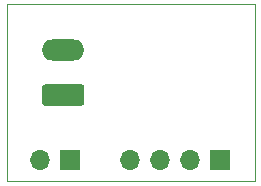
<source format=gbr>
%TF.GenerationSoftware,KiCad,Pcbnew,(5.1.8-0-10_14)*%
%TF.CreationDate,2020-11-19T20:53:49+01:00*%
%TF.ProjectId,Tank_Sender,54616e6b-5f53-4656-9e64-65722e6b6963,rev?*%
%TF.SameCoordinates,Original*%
%TF.FileFunction,Soldermask,Bot*%
%TF.FilePolarity,Negative*%
%FSLAX46Y46*%
G04 Gerber Fmt 4.6, Leading zero omitted, Abs format (unit mm)*
G04 Created by KiCad (PCBNEW (5.1.8-0-10_14)) date 2020-11-19 20:53:49*
%MOMM*%
%LPD*%
G01*
G04 APERTURE LIST*
%TA.AperFunction,Profile*%
%ADD10C,0.050000*%
%TD*%
%ADD11O,3.600000X1.800000*%
%ADD12O,1.700000X1.700000*%
%ADD13R,1.700000X1.700000*%
G04 APERTURE END LIST*
D10*
X119000000Y-76000000D02*
X119000000Y-91000000D01*
X140000000Y-76000000D02*
X119000000Y-76000000D01*
X140000000Y-91000000D02*
X140000000Y-76000000D01*
X119000000Y-91000000D02*
X140000000Y-91000000D01*
D11*
%TO.C,J103*%
X123800000Y-79890000D03*
G36*
G01*
X125350000Y-84600000D02*
X122250000Y-84600000D01*
G75*
G02*
X122000000Y-84350000I0J250000D01*
G01*
X122000000Y-83050000D01*
G75*
G02*
X122250000Y-82800000I250000J0D01*
G01*
X125350000Y-82800000D01*
G75*
G02*
X125600000Y-83050000I0J-250000D01*
G01*
X125600000Y-84350000D01*
G75*
G02*
X125350000Y-84600000I-250000J0D01*
G01*
G37*
%TD*%
D12*
%TO.C,J102*%
X121820000Y-89200000D03*
D13*
X124360000Y-89200000D03*
%TD*%
D12*
%TO.C,J101*%
X129440000Y-89200000D03*
X131980000Y-89200000D03*
X134520000Y-89200000D03*
D13*
X137060000Y-89200000D03*
%TD*%
M02*

</source>
